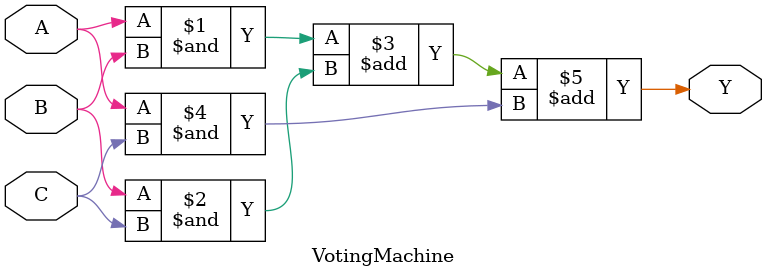
<source format=v>
module VotingMachine(
    input A,
    input B,
    input C,
    output Y
);
    assign Y = (A & B) + (B & C) + (A & C);
endmodule //VotingMachine

</source>
